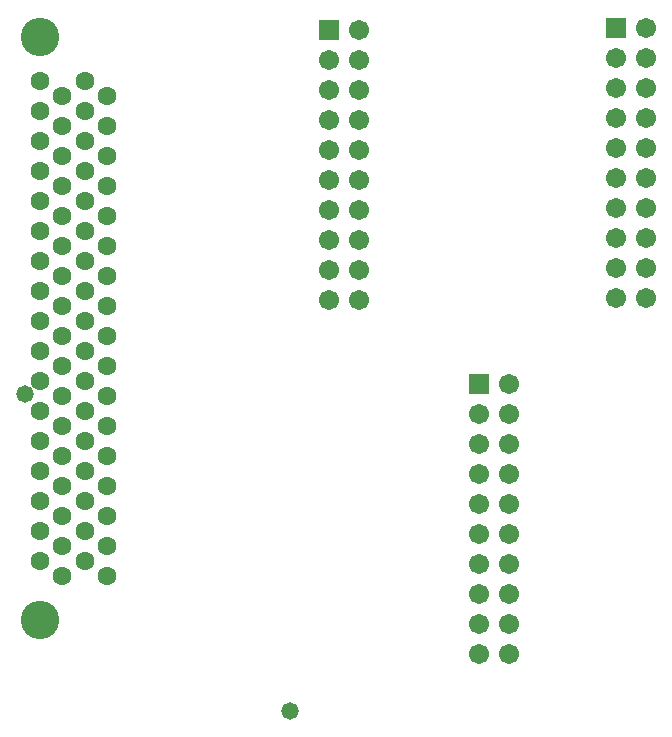
<source format=gbs>
%FSLAX24Y24*%
%MOIN*%
G70*
G01*
G75*
G04 Layer_Color=16711935*
G04 Layer_Color=16711935*
%ADD10C,0.0080*%
%ADD11R,0.0591X0.0591*%
%ADD12C,0.0591*%
%ADD13C,0.1200*%
%ADD14C,0.0550*%
%ADD15C,0.0500*%
%ADD16C,0.0160*%
%ADD17C,0.0079*%
%ADD18C,0.0100*%
%ADD19C,0.0070*%
%ADD20R,0.0671X0.0671*%
%ADD21C,0.0671*%
%ADD22C,0.1280*%
%ADD23C,0.0630*%
%ADD24C,0.0580*%
D20*
X37450Y43350D02*
D03*
X32450Y55150D02*
D03*
X42000Y55200D02*
D03*
D21*
X38450Y43350D02*
D03*
X37450Y42350D02*
D03*
X38450D02*
D03*
X37450Y41350D02*
D03*
X38450D02*
D03*
X37450Y40350D02*
D03*
X38450D02*
D03*
X37450Y39350D02*
D03*
X38450D02*
D03*
X37450Y38350D02*
D03*
X38450D02*
D03*
X37450Y37350D02*
D03*
X38450D02*
D03*
X37450Y36350D02*
D03*
X38450D02*
D03*
X37450Y35350D02*
D03*
X38450D02*
D03*
X37450Y34350D02*
D03*
X38450D02*
D03*
X33450Y55150D02*
D03*
X32450Y54150D02*
D03*
X33450D02*
D03*
X32450Y53150D02*
D03*
X33450D02*
D03*
X32450Y52150D02*
D03*
X33450D02*
D03*
X32450Y51150D02*
D03*
X33450D02*
D03*
X32450Y50150D02*
D03*
X33450D02*
D03*
X32450Y49150D02*
D03*
X33450D02*
D03*
X32450Y48150D02*
D03*
X33450D02*
D03*
X32450Y47150D02*
D03*
X33450D02*
D03*
X32450Y46150D02*
D03*
X33450D02*
D03*
X43000Y55200D02*
D03*
X42000Y54200D02*
D03*
X43000D02*
D03*
X42000Y53200D02*
D03*
X43000D02*
D03*
X42000Y52200D02*
D03*
X43000D02*
D03*
X42000Y51200D02*
D03*
X43000D02*
D03*
X42000Y50200D02*
D03*
X43000D02*
D03*
X42000Y49200D02*
D03*
X43000D02*
D03*
X42000Y48200D02*
D03*
X43000D02*
D03*
X42000Y47200D02*
D03*
X43000D02*
D03*
X42000Y46200D02*
D03*
X43000D02*
D03*
D22*
X22800Y54910D02*
D03*
Y35490D02*
D03*
D23*
Y53450D02*
D03*
X23550Y52950D02*
D03*
X22800Y52450D02*
D03*
X23550Y51950D02*
D03*
X22800Y51450D02*
D03*
X23550Y50950D02*
D03*
X22800Y50450D02*
D03*
X23550Y49950D02*
D03*
X22800Y49450D02*
D03*
X23550Y48950D02*
D03*
X22800Y48450D02*
D03*
X23550Y47950D02*
D03*
X22800Y47450D02*
D03*
X23550Y46950D02*
D03*
X22800Y46450D02*
D03*
X23550Y45950D02*
D03*
X22800Y45450D02*
D03*
X23550Y44950D02*
D03*
X22800Y44450D02*
D03*
X23550Y43950D02*
D03*
X22800Y43450D02*
D03*
X23550Y42950D02*
D03*
X22800Y42450D02*
D03*
X23550Y41950D02*
D03*
X22800Y41450D02*
D03*
X23550Y40950D02*
D03*
X22800Y40450D02*
D03*
X23550Y39950D02*
D03*
X22800Y39450D02*
D03*
X23550Y38950D02*
D03*
X22800Y38450D02*
D03*
X23550Y37950D02*
D03*
X22800Y37450D02*
D03*
X23550Y36950D02*
D03*
X24300Y53450D02*
D03*
X25050Y52950D02*
D03*
X24300Y52450D02*
D03*
X25050Y51950D02*
D03*
X24300Y51450D02*
D03*
X25050Y50950D02*
D03*
X24300Y50450D02*
D03*
X25050Y49950D02*
D03*
X24300Y49450D02*
D03*
X25050Y48950D02*
D03*
X24300Y48450D02*
D03*
X25050Y47950D02*
D03*
X24300Y47450D02*
D03*
X25050Y46950D02*
D03*
X24300Y46450D02*
D03*
X25050Y45950D02*
D03*
X24300Y45450D02*
D03*
X25050Y44950D02*
D03*
X24300Y44450D02*
D03*
X25050Y43950D02*
D03*
X24300Y43450D02*
D03*
X25050Y42950D02*
D03*
X24300Y42450D02*
D03*
X25050Y41950D02*
D03*
X24300Y41450D02*
D03*
X25050Y40950D02*
D03*
X24300Y40450D02*
D03*
X25050Y39950D02*
D03*
X24300Y39450D02*
D03*
X25050Y38950D02*
D03*
X24300Y38450D02*
D03*
X25050Y37950D02*
D03*
X24300Y37450D02*
D03*
X25050Y36950D02*
D03*
D24*
X31150Y32450D02*
D03*
X22300Y43000D02*
D03*
M02*

</source>
